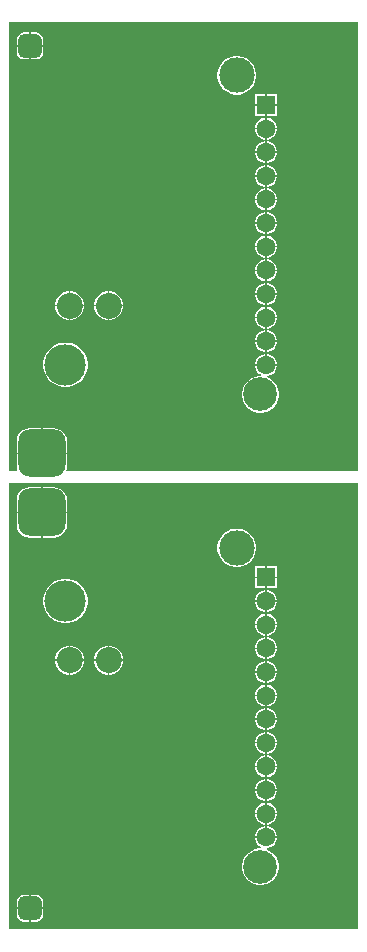
<source format=gbl>
G04*
G04 #@! TF.GenerationSoftware,Altium Limited,Altium Designer,24.9.1 (31)*
G04*
G04 Layer_Physical_Order=2*
G04 Layer_Color=16711680*
%FSLAX44Y44*%
%MOMM*%
G71*
G04*
G04 #@! TF.SameCoordinates,B8B67402-8590-40DF-8F2E-53978CF21371*
G04*
G04*
G04 #@! TF.FilePolarity,Positive*
G04*
G01*
G75*
%ADD26C,2.2000*%
%ADD27C,2.8500*%
%ADD28C,3.0000*%
%ADD29C,1.6000*%
%ADD30R,1.6000X1.6000*%
G04:AMPARAMS|DCode=31|XSize=4mm|YSize=4mm|CornerRadius=1mm|HoleSize=0mm|Usage=FLASHONLY|Rotation=0.000|XOffset=0mm|YOffset=0mm|HoleType=Round|Shape=RoundedRectangle|*
%AMROUNDEDRECTD31*
21,1,4.0000,2.0000,0,0,0.0*
21,1,2.0000,4.0000,0,0,0.0*
1,1,2.0000,1.0000,-1.0000*
1,1,2.0000,-1.0000,-1.0000*
1,1,2.0000,-1.0000,1.0000*
1,1,2.0000,1.0000,1.0000*
%
%ADD31ROUNDEDRECTD31*%
G04:AMPARAMS|DCode=32|XSize=2mm|YSize=2mm|CornerRadius=0.5mm|HoleSize=0mm|Usage=FLASHONLY|Rotation=0.000|XOffset=0mm|YOffset=0mm|HoleType=Round|Shape=RoundedRectangle|*
%AMROUNDEDRECTD32*
21,1,2.0000,1.0000,0,0,0.0*
21,1,1.0000,2.0000,0,0,0.0*
1,1,1.0000,0.5000,-0.5000*
1,1,1.0000,-0.5000,-0.5000*
1,1,1.0000,-0.5000,0.5000*
1,1,1.0000,0.5000,0.5000*
%
%ADD32ROUNDEDRECTD32*%
%ADD33C,3.5000*%
G36*
X-302039Y102039D02*
X-597961D01*
Y480000D01*
X-302039D01*
Y102039D01*
D02*
G37*
G36*
Y490000D02*
X-548730D01*
X-549435Y491056D01*
X-549020Y492058D01*
X-548633Y495000D01*
Y504365D01*
X-591367D01*
Y495000D01*
X-590980Y492058D01*
X-590565Y491056D01*
X-591270Y490000D01*
X-597961D01*
Y870000D01*
X-302039D01*
Y490000D01*
D02*
G37*
%LPC*%
G36*
X-560000Y476367D02*
X-569365D01*
Y455635D01*
X-548633D01*
Y465000D01*
X-549020Y467942D01*
X-550156Y470684D01*
X-551962Y473038D01*
X-554316Y474844D01*
X-557058Y475980D01*
X-560000Y476367D01*
D02*
G37*
G36*
X-570635D02*
X-580000D01*
X-582942Y475980D01*
X-585684Y474844D01*
X-588038Y473038D01*
X-589844Y470684D01*
X-590980Y467942D01*
X-591367Y465000D01*
Y455635D01*
X-570635D01*
Y476367D01*
D02*
G37*
G36*
X-548633Y454365D02*
X-569365D01*
Y433633D01*
X-560000D01*
X-557058Y434020D01*
X-554316Y435156D01*
X-551962Y436962D01*
X-550156Y439316D01*
X-549020Y442058D01*
X-548633Y445000D01*
Y454365D01*
D02*
G37*
G36*
X-570635D02*
X-591367D01*
Y445000D01*
X-590980Y442058D01*
X-589844Y439316D01*
X-588038Y436962D01*
X-585684Y435156D01*
X-582942Y434020D01*
X-580000Y433633D01*
X-570635D01*
Y454365D01*
D02*
G37*
G36*
X-403397Y441270D02*
X-406603D01*
X-409746Y440645D01*
X-412707Y439418D01*
X-415372Y437638D01*
X-417638Y435372D01*
X-419418Y432707D01*
X-420645Y429746D01*
X-421270Y426603D01*
Y423398D01*
X-420645Y420254D01*
X-419418Y417293D01*
X-417638Y414628D01*
X-415372Y412362D01*
X-412707Y410582D01*
X-409746Y409355D01*
X-406603Y408730D01*
X-403397D01*
X-400254Y409355D01*
X-397293Y410582D01*
X-394628Y412362D01*
X-392362Y414628D01*
X-390582Y417293D01*
X-389355Y420254D01*
X-388730Y423398D01*
Y426603D01*
X-389355Y429746D01*
X-390582Y432707D01*
X-392362Y435372D01*
X-394628Y437638D01*
X-397293Y439418D01*
X-400254Y440645D01*
X-403397Y441270D01*
D02*
G37*
G36*
X-370730Y409270D02*
X-379365D01*
Y400635D01*
X-370730D01*
Y409270D01*
D02*
G37*
G36*
X-380635D02*
X-389270D01*
Y400635D01*
X-380635D01*
Y409270D01*
D02*
G37*
G36*
X-370730Y399365D02*
X-379365D01*
Y390730D01*
X-370730D01*
Y399365D01*
D02*
G37*
G36*
X-380635D02*
X-389270D01*
Y390730D01*
X-380635D01*
Y399365D01*
D02*
G37*
G36*
X-378780Y389270D02*
X-379365D01*
Y380635D01*
X-370730D01*
Y381220D01*
X-371362Y383578D01*
X-372582Y385692D01*
X-374308Y387418D01*
X-376422Y388638D01*
X-378780Y389270D01*
D02*
G37*
G36*
X-380635D02*
X-381220D01*
X-383578Y388638D01*
X-385692Y387418D01*
X-387418Y385692D01*
X-388638Y383578D01*
X-389270Y381220D01*
Y380635D01*
X-380635D01*
Y389270D01*
D02*
G37*
G36*
X-370730Y379365D02*
X-379365D01*
Y370730D01*
X-378780D01*
X-376422Y371362D01*
X-374308Y372582D01*
X-372582Y374308D01*
X-371362Y376422D01*
X-370730Y378780D01*
Y379365D01*
D02*
G37*
G36*
X-380635D02*
X-389270D01*
Y378780D01*
X-388638Y376422D01*
X-387418Y374308D01*
X-385692Y372582D01*
X-383578Y371362D01*
X-381220Y370730D01*
X-380635D01*
Y379365D01*
D02*
G37*
G36*
X-548151Y398770D02*
X-551849D01*
X-555475Y398049D01*
X-558891Y396634D01*
X-561965Y394580D01*
X-564580Y391965D01*
X-566634Y388891D01*
X-568049Y385475D01*
X-568770Y381849D01*
Y378151D01*
X-568049Y374525D01*
X-566634Y371109D01*
X-564580Y368035D01*
X-561965Y365420D01*
X-558891Y363366D01*
X-555475Y361951D01*
X-551849Y361230D01*
X-548151D01*
X-544525Y361951D01*
X-541109Y363366D01*
X-538035Y365420D01*
X-535420Y368035D01*
X-533366Y371109D01*
X-531951Y374525D01*
X-531230Y378151D01*
Y381849D01*
X-531951Y385475D01*
X-533366Y388891D01*
X-535420Y391965D01*
X-538035Y394580D01*
X-541109Y396634D01*
X-544525Y398049D01*
X-548151Y398770D01*
D02*
G37*
G36*
X-378780Y369270D02*
X-379365D01*
Y360635D01*
X-370730D01*
Y361220D01*
X-371362Y363578D01*
X-372582Y365692D01*
X-374308Y367418D01*
X-376422Y368638D01*
X-378780Y369270D01*
D02*
G37*
G36*
X-380635D02*
X-381220D01*
X-383578Y368638D01*
X-385692Y367418D01*
X-387418Y365692D01*
X-388638Y363578D01*
X-389270Y361220D01*
Y360635D01*
X-380635D01*
Y369270D01*
D02*
G37*
G36*
X-370730Y359365D02*
X-379365D01*
Y350730D01*
X-378780D01*
X-376422Y351362D01*
X-374308Y352582D01*
X-372582Y354308D01*
X-371362Y356422D01*
X-370730Y358780D01*
Y359365D01*
D02*
G37*
G36*
X-380635D02*
X-389270D01*
Y358780D01*
X-388638Y356422D01*
X-387418Y354308D01*
X-385692Y352582D01*
X-383578Y351362D01*
X-381220Y350730D01*
X-380635D01*
Y359365D01*
D02*
G37*
G36*
X-378780Y349270D02*
X-379365D01*
Y340635D01*
X-370730D01*
Y341220D01*
X-371362Y343578D01*
X-372582Y345692D01*
X-374308Y347418D01*
X-376422Y348638D01*
X-378780Y349270D01*
D02*
G37*
G36*
X-380635D02*
X-381220D01*
X-383578Y348638D01*
X-385692Y347418D01*
X-387418Y345692D01*
X-388638Y343578D01*
X-389270Y341220D01*
Y340635D01*
X-380635D01*
Y349270D01*
D02*
G37*
G36*
X-370730Y339365D02*
X-379365D01*
Y330730D01*
X-378780D01*
X-376422Y331362D01*
X-374308Y332582D01*
X-372582Y334308D01*
X-371362Y336422D01*
X-370730Y338780D01*
Y339365D01*
D02*
G37*
G36*
X-380635D02*
X-389270D01*
Y338780D01*
X-388638Y336422D01*
X-387418Y334308D01*
X-385692Y332582D01*
X-383578Y331362D01*
X-381220Y330730D01*
X-380635D01*
Y339365D01*
D02*
G37*
G36*
X-511885Y342270D02*
X-512865D01*
Y330635D01*
X-501230D01*
Y331615D01*
X-502066Y334736D01*
X-503682Y337534D01*
X-505966Y339818D01*
X-508764Y341434D01*
X-511885Y342270D01*
D02*
G37*
G36*
X-544885D02*
X-545865D01*
Y330635D01*
X-534230D01*
Y331615D01*
X-535066Y334736D01*
X-536682Y337534D01*
X-538966Y339818D01*
X-541764Y341434D01*
X-544885Y342270D01*
D02*
G37*
G36*
X-547135D02*
X-548115D01*
X-551236Y341434D01*
X-554034Y339818D01*
X-556318Y337534D01*
X-557934Y334736D01*
X-558770Y331615D01*
Y330635D01*
X-547135D01*
Y342270D01*
D02*
G37*
G36*
X-514135D02*
X-515115D01*
X-518236Y341434D01*
X-521034Y339818D01*
X-523318Y337534D01*
X-524934Y334736D01*
X-525770Y331615D01*
Y330635D01*
X-514135D01*
Y342270D01*
D02*
G37*
G36*
X-378780Y329270D02*
X-379365D01*
Y320635D01*
X-370730D01*
Y321220D01*
X-371362Y323578D01*
X-372582Y325692D01*
X-374308Y327418D01*
X-376422Y328638D01*
X-378780Y329270D01*
D02*
G37*
G36*
X-380635D02*
X-381220D01*
X-383578Y328638D01*
X-385692Y327418D01*
X-387418Y325692D01*
X-388638Y323578D01*
X-389270Y321220D01*
Y320635D01*
X-380635D01*
Y329270D01*
D02*
G37*
G36*
X-501230Y329365D02*
X-512865D01*
Y317730D01*
X-511885D01*
X-508764Y318566D01*
X-505966Y320182D01*
X-503682Y322466D01*
X-502066Y325264D01*
X-501230Y328385D01*
Y329365D01*
D02*
G37*
G36*
X-514135D02*
X-525770D01*
Y328385D01*
X-524934Y325264D01*
X-523318Y322466D01*
X-521034Y320182D01*
X-518236Y318566D01*
X-515115Y317730D01*
X-514135D01*
Y329365D01*
D02*
G37*
G36*
X-534230D02*
X-545865D01*
Y317730D01*
X-544885D01*
X-541764Y318566D01*
X-538966Y320182D01*
X-536682Y322466D01*
X-535066Y325264D01*
X-534230Y328385D01*
Y329365D01*
D02*
G37*
G36*
X-547135D02*
X-558770D01*
Y328385D01*
X-557934Y325264D01*
X-556318Y322466D01*
X-554034Y320182D01*
X-551236Y318566D01*
X-548115Y317730D01*
X-547135D01*
Y329365D01*
D02*
G37*
G36*
X-370730Y319365D02*
X-379365D01*
Y310730D01*
X-378780D01*
X-376422Y311362D01*
X-374308Y312582D01*
X-372582Y314308D01*
X-371362Y316422D01*
X-370730Y318780D01*
Y319365D01*
D02*
G37*
G36*
X-380635D02*
X-389270D01*
Y318780D01*
X-388638Y316422D01*
X-387418Y314308D01*
X-385692Y312582D01*
X-383578Y311362D01*
X-381220Y310730D01*
X-380635D01*
Y319365D01*
D02*
G37*
G36*
X-378780Y309270D02*
X-379365D01*
Y300635D01*
X-370730D01*
Y301220D01*
X-371362Y303578D01*
X-372582Y305692D01*
X-374308Y307418D01*
X-376422Y308638D01*
X-378780Y309270D01*
D02*
G37*
G36*
X-380635D02*
X-381220D01*
X-383578Y308638D01*
X-385692Y307418D01*
X-387418Y305692D01*
X-388638Y303578D01*
X-389270Y301220D01*
Y300635D01*
X-380635D01*
Y309270D01*
D02*
G37*
G36*
X-370730Y299365D02*
X-379365D01*
Y290730D01*
X-378780D01*
X-376422Y291362D01*
X-374308Y292582D01*
X-372582Y294308D01*
X-371362Y296422D01*
X-370730Y298780D01*
Y299365D01*
D02*
G37*
G36*
X-380635D02*
X-389270D01*
Y298780D01*
X-388638Y296422D01*
X-387418Y294308D01*
X-385692Y292582D01*
X-383578Y291362D01*
X-381220Y290730D01*
X-380635D01*
Y299365D01*
D02*
G37*
G36*
X-378780Y289270D02*
X-379365D01*
Y280635D01*
X-370730D01*
Y281220D01*
X-371362Y283578D01*
X-372582Y285692D01*
X-374308Y287418D01*
X-376422Y288638D01*
X-378780Y289270D01*
D02*
G37*
G36*
X-380635D02*
X-381220D01*
X-383578Y288638D01*
X-385692Y287418D01*
X-387418Y285692D01*
X-388638Y283578D01*
X-389270Y281220D01*
Y280635D01*
X-380635D01*
Y289270D01*
D02*
G37*
G36*
X-370730Y279365D02*
X-379365D01*
Y270730D01*
X-378780D01*
X-376422Y271362D01*
X-374308Y272582D01*
X-372582Y274308D01*
X-371362Y276422D01*
X-370730Y278780D01*
Y279365D01*
D02*
G37*
G36*
X-380635D02*
X-389270D01*
Y278780D01*
X-388638Y276422D01*
X-387418Y274308D01*
X-385692Y272582D01*
X-383578Y271362D01*
X-381220Y270730D01*
X-380635D01*
Y279365D01*
D02*
G37*
G36*
X-378780Y269270D02*
X-379365D01*
Y260635D01*
X-370730D01*
Y261220D01*
X-371362Y263578D01*
X-372582Y265692D01*
X-374308Y267418D01*
X-376422Y268638D01*
X-378780Y269270D01*
D02*
G37*
G36*
X-380635D02*
X-381220D01*
X-383578Y268638D01*
X-385692Y267418D01*
X-387418Y265692D01*
X-388638Y263578D01*
X-389270Y261220D01*
Y260635D01*
X-380635D01*
Y269270D01*
D02*
G37*
G36*
X-370730Y259365D02*
X-379365D01*
Y250730D01*
X-378780D01*
X-376422Y251362D01*
X-374308Y252582D01*
X-372582Y254308D01*
X-371362Y256422D01*
X-370730Y258780D01*
Y259365D01*
D02*
G37*
G36*
X-380635D02*
X-389270D01*
Y258780D01*
X-388638Y256422D01*
X-387418Y254308D01*
X-385692Y252582D01*
X-383578Y251362D01*
X-381220Y250730D01*
X-380635D01*
Y259365D01*
D02*
G37*
G36*
X-378780Y249270D02*
X-379365D01*
Y240635D01*
X-370730D01*
Y241220D01*
X-371362Y243578D01*
X-372582Y245692D01*
X-374308Y247418D01*
X-376422Y248638D01*
X-378780Y249270D01*
D02*
G37*
G36*
X-380635D02*
X-381220D01*
X-383578Y248638D01*
X-385692Y247418D01*
X-387418Y245692D01*
X-388638Y243578D01*
X-389270Y241220D01*
Y240635D01*
X-380635D01*
Y249270D01*
D02*
G37*
G36*
X-370730Y239365D02*
X-379365D01*
Y230730D01*
X-378780D01*
X-376422Y231362D01*
X-374308Y232582D01*
X-372582Y234308D01*
X-371362Y236422D01*
X-370730Y238780D01*
Y239365D01*
D02*
G37*
G36*
X-380635D02*
X-389270D01*
Y238780D01*
X-388638Y236422D01*
X-387418Y234308D01*
X-385692Y232582D01*
X-383578Y231362D01*
X-381220Y230730D01*
X-380635D01*
Y239365D01*
D02*
G37*
G36*
X-378780Y229270D02*
X-379365D01*
Y220635D01*
X-370730D01*
Y221220D01*
X-371362Y223578D01*
X-372582Y225692D01*
X-374308Y227418D01*
X-376422Y228638D01*
X-378780Y229270D01*
D02*
G37*
G36*
X-380635D02*
X-381220D01*
X-383578Y228638D01*
X-385692Y227418D01*
X-387418Y225692D01*
X-388638Y223578D01*
X-389270Y221220D01*
Y220635D01*
X-380635D01*
Y229270D01*
D02*
G37*
G36*
X-370730Y219365D02*
X-379365D01*
Y210730D01*
X-378780D01*
X-376422Y211362D01*
X-374308Y212582D01*
X-372582Y214308D01*
X-371362Y216422D01*
X-370730Y218780D01*
Y219365D01*
D02*
G37*
G36*
X-380635D02*
X-389270D01*
Y218780D01*
X-388638Y216422D01*
X-387418Y214308D01*
X-385692Y212582D01*
X-383578Y211362D01*
X-381220Y210730D01*
X-380635D01*
Y219365D01*
D02*
G37*
G36*
X-378780Y209270D02*
X-379365D01*
Y200635D01*
X-370730D01*
Y201220D01*
X-371362Y203578D01*
X-372582Y205692D01*
X-374308Y207418D01*
X-376422Y208638D01*
X-378780Y209270D01*
D02*
G37*
G36*
X-380635D02*
X-381220D01*
X-383578Y208638D01*
X-385692Y207418D01*
X-387418Y205692D01*
X-388638Y203578D01*
X-389270Y201220D01*
Y200635D01*
X-380635D01*
Y209270D01*
D02*
G37*
G36*
X-370730Y199365D02*
X-379365D01*
Y190730D01*
X-378780D01*
X-376422Y191362D01*
X-374308Y192582D01*
X-372582Y194308D01*
X-371362Y196422D01*
X-370730Y198780D01*
Y199365D01*
D02*
G37*
G36*
X-380635D02*
X-389270D01*
Y198780D01*
X-388638Y196422D01*
X-387418Y194308D01*
X-385692Y192582D01*
X-383578Y191362D01*
X-381220Y190730D01*
X-380635D01*
Y199365D01*
D02*
G37*
G36*
X-378780Y189270D02*
X-379365D01*
Y180635D01*
X-370730D01*
Y181220D01*
X-371362Y183578D01*
X-372582Y185692D01*
X-374308Y187418D01*
X-376422Y188638D01*
X-378780Y189270D01*
D02*
G37*
G36*
X-380635D02*
X-381220D01*
X-383578Y188638D01*
X-385692Y187418D01*
X-387418Y185692D01*
X-388638Y183578D01*
X-389270Y181220D01*
Y180635D01*
X-380635D01*
Y189270D01*
D02*
G37*
G36*
X-370730Y179365D02*
X-380000D01*
X-389270D01*
Y178780D01*
X-388638Y176422D01*
X-387418Y174308D01*
X-385692Y172582D01*
X-384320Y171790D01*
X-384660Y170520D01*
X-386529D01*
X-389527Y169923D01*
X-392351Y168754D01*
X-394893Y167055D01*
X-397055Y164893D01*
X-398754Y162351D01*
X-399924Y159527D01*
X-400520Y156529D01*
Y153471D01*
X-399924Y150473D01*
X-398754Y147648D01*
X-397055Y145107D01*
X-394893Y142945D01*
X-392351Y141246D01*
X-389527Y140077D01*
X-386529Y139480D01*
X-383471D01*
X-380473Y140077D01*
X-377649Y141246D01*
X-375107Y142945D01*
X-372945Y145107D01*
X-371246Y147648D01*
X-370076Y150473D01*
X-369480Y153471D01*
Y156529D01*
X-370076Y159527D01*
X-371246Y162351D01*
X-372945Y164893D01*
X-375107Y167055D01*
X-377649Y168754D01*
X-379354Y169460D01*
X-379101Y170730D01*
X-378780D01*
X-376422Y171362D01*
X-374308Y172582D01*
X-372582Y174308D01*
X-371362Y176422D01*
X-370730Y178780D01*
Y179365D01*
D02*
G37*
G36*
X-575000Y131393D02*
X-579365D01*
Y120635D01*
X-568607D01*
Y125000D01*
X-569094Y127446D01*
X-570480Y129520D01*
X-572554Y130906D01*
X-575000Y131393D01*
D02*
G37*
G36*
X-580635D02*
X-585000D01*
X-587447Y130906D01*
X-589520Y129520D01*
X-590906Y127446D01*
X-591393Y125000D01*
Y120635D01*
X-580635D01*
Y131393D01*
D02*
G37*
G36*
X-568607Y119365D02*
X-579365D01*
Y108607D01*
X-575000D01*
X-572554Y109094D01*
X-570480Y110480D01*
X-569094Y112554D01*
X-568607Y115000D01*
Y119365D01*
D02*
G37*
G36*
X-580635D02*
X-591393D01*
Y115000D01*
X-590906Y112554D01*
X-589520Y110480D01*
X-587447Y109094D01*
X-585000Y108607D01*
X-580635D01*
Y119365D01*
D02*
G37*
G36*
X-575000Y861393D02*
X-579365D01*
Y850635D01*
X-568607D01*
Y855000D01*
X-569094Y857446D01*
X-570480Y859520D01*
X-572554Y860906D01*
X-575000Y861393D01*
D02*
G37*
G36*
X-580635D02*
X-585000D01*
X-587447Y860906D01*
X-589520Y859520D01*
X-590906Y857446D01*
X-591393Y855000D01*
Y850635D01*
X-580635D01*
Y861393D01*
D02*
G37*
G36*
X-568607Y849365D02*
X-579365D01*
Y838607D01*
X-575000D01*
X-572554Y839094D01*
X-570480Y840480D01*
X-569094Y842554D01*
X-568607Y845000D01*
Y849365D01*
D02*
G37*
G36*
X-580635D02*
X-591393D01*
Y845000D01*
X-590906Y842554D01*
X-589520Y840480D01*
X-587447Y839094D01*
X-585000Y838607D01*
X-580635D01*
Y849365D01*
D02*
G37*
G36*
X-403397Y841270D02*
X-406603D01*
X-409746Y840645D01*
X-412707Y839418D01*
X-415372Y837638D01*
X-417638Y835371D01*
X-419418Y832707D01*
X-420645Y829746D01*
X-421270Y826602D01*
Y823398D01*
X-420645Y820254D01*
X-419418Y817293D01*
X-417638Y814629D01*
X-415372Y812362D01*
X-412707Y810582D01*
X-409746Y809355D01*
X-406603Y808730D01*
X-403397D01*
X-400254Y809355D01*
X-397293Y810582D01*
X-394628Y812362D01*
X-392362Y814629D01*
X-390582Y817293D01*
X-389355Y820254D01*
X-388730Y823398D01*
Y826602D01*
X-389355Y829746D01*
X-390582Y832707D01*
X-392362Y835371D01*
X-394628Y837638D01*
X-397293Y839418D01*
X-400254Y840645D01*
X-403397Y841270D01*
D02*
G37*
G36*
X-370730Y809270D02*
X-379365D01*
Y800635D01*
X-370730D01*
Y809270D01*
D02*
G37*
G36*
X-380635D02*
X-389270D01*
Y800635D01*
X-380635D01*
Y809270D01*
D02*
G37*
G36*
X-370730Y799365D02*
X-379365D01*
Y790730D01*
X-370730D01*
Y799365D01*
D02*
G37*
G36*
X-380635D02*
X-389270D01*
Y790730D01*
X-380635D01*
Y799365D01*
D02*
G37*
G36*
X-378780Y789270D02*
X-379365D01*
Y780635D01*
X-370730D01*
Y781220D01*
X-371362Y783578D01*
X-372582Y785692D01*
X-374308Y787418D01*
X-376422Y788638D01*
X-378780Y789270D01*
D02*
G37*
G36*
X-380635D02*
X-381220D01*
X-383578Y788638D01*
X-385692Y787418D01*
X-387418Y785692D01*
X-388638Y783578D01*
X-389270Y781220D01*
Y780635D01*
X-380635D01*
Y789270D01*
D02*
G37*
G36*
X-370730Y779365D02*
X-379365D01*
Y770730D01*
X-378780D01*
X-376422Y771362D01*
X-374308Y772582D01*
X-372582Y774308D01*
X-371362Y776422D01*
X-370730Y778780D01*
Y779365D01*
D02*
G37*
G36*
X-380635D02*
X-389270D01*
Y778780D01*
X-388638Y776422D01*
X-387418Y774308D01*
X-385692Y772582D01*
X-383578Y771362D01*
X-381220Y770730D01*
X-380635D01*
Y779365D01*
D02*
G37*
G36*
X-378780Y769270D02*
X-379365D01*
Y760635D01*
X-370730D01*
Y761220D01*
X-371362Y763578D01*
X-372582Y765692D01*
X-374308Y767418D01*
X-376422Y768638D01*
X-378780Y769270D01*
D02*
G37*
G36*
X-380635D02*
X-381220D01*
X-383578Y768638D01*
X-385692Y767418D01*
X-387418Y765692D01*
X-388638Y763578D01*
X-389270Y761220D01*
Y760635D01*
X-380635D01*
Y769270D01*
D02*
G37*
G36*
X-370730Y759365D02*
X-379365D01*
Y750730D01*
X-378780D01*
X-376422Y751362D01*
X-374308Y752582D01*
X-372582Y754308D01*
X-371362Y756422D01*
X-370730Y758780D01*
Y759365D01*
D02*
G37*
G36*
X-380635D02*
X-389270D01*
Y758780D01*
X-388638Y756422D01*
X-387418Y754308D01*
X-385692Y752582D01*
X-383578Y751362D01*
X-381220Y750730D01*
X-380635D01*
Y759365D01*
D02*
G37*
G36*
X-378780Y749270D02*
X-379365D01*
Y740635D01*
X-370730D01*
Y741220D01*
X-371362Y743578D01*
X-372582Y745692D01*
X-374308Y747418D01*
X-376422Y748638D01*
X-378780Y749270D01*
D02*
G37*
G36*
X-380635D02*
X-381220D01*
X-383578Y748638D01*
X-385692Y747418D01*
X-387418Y745692D01*
X-388638Y743578D01*
X-389270Y741220D01*
Y740635D01*
X-380635D01*
Y749270D01*
D02*
G37*
G36*
X-370730Y739365D02*
X-379365D01*
Y730730D01*
X-378780D01*
X-376422Y731362D01*
X-374308Y732582D01*
X-372582Y734308D01*
X-371362Y736422D01*
X-370730Y738780D01*
Y739365D01*
D02*
G37*
G36*
X-380635D02*
X-389270D01*
Y738780D01*
X-388638Y736422D01*
X-387418Y734308D01*
X-385692Y732582D01*
X-383578Y731362D01*
X-381220Y730730D01*
X-380635D01*
Y739365D01*
D02*
G37*
G36*
X-378780Y729270D02*
X-379365D01*
Y720635D01*
X-370730D01*
Y721220D01*
X-371362Y723578D01*
X-372582Y725692D01*
X-374308Y727418D01*
X-376422Y728638D01*
X-378780Y729270D01*
D02*
G37*
G36*
X-380635D02*
X-381220D01*
X-383578Y728638D01*
X-385692Y727418D01*
X-387418Y725692D01*
X-388638Y723578D01*
X-389270Y721220D01*
Y720635D01*
X-380635D01*
Y729270D01*
D02*
G37*
G36*
X-370730Y719365D02*
X-379365D01*
Y710730D01*
X-378780D01*
X-376422Y711362D01*
X-374308Y712582D01*
X-372582Y714308D01*
X-371362Y716422D01*
X-370730Y718780D01*
Y719365D01*
D02*
G37*
G36*
X-380635D02*
X-389270D01*
Y718780D01*
X-388638Y716422D01*
X-387418Y714308D01*
X-385692Y712582D01*
X-383578Y711362D01*
X-381220Y710730D01*
X-380635D01*
Y719365D01*
D02*
G37*
G36*
X-378780Y709270D02*
X-379365D01*
Y700635D01*
X-370730D01*
Y701220D01*
X-371362Y703578D01*
X-372582Y705692D01*
X-374308Y707418D01*
X-376422Y708638D01*
X-378780Y709270D01*
D02*
G37*
G36*
X-380635D02*
X-381220D01*
X-383578Y708638D01*
X-385692Y707418D01*
X-387418Y705692D01*
X-388638Y703578D01*
X-389270Y701220D01*
Y700635D01*
X-380635D01*
Y709270D01*
D02*
G37*
G36*
X-370730Y699365D02*
X-379365D01*
Y690730D01*
X-378780D01*
X-376422Y691362D01*
X-374308Y692582D01*
X-372582Y694308D01*
X-371362Y696422D01*
X-370730Y698780D01*
Y699365D01*
D02*
G37*
G36*
X-380635D02*
X-389270D01*
Y698780D01*
X-388638Y696422D01*
X-387418Y694308D01*
X-385692Y692582D01*
X-383578Y691362D01*
X-381220Y690730D01*
X-380635D01*
Y699365D01*
D02*
G37*
G36*
X-378780Y689270D02*
X-379365D01*
Y680635D01*
X-370730D01*
Y681220D01*
X-371362Y683578D01*
X-372582Y685692D01*
X-374308Y687418D01*
X-376422Y688638D01*
X-378780Y689270D01*
D02*
G37*
G36*
X-380635D02*
X-381220D01*
X-383578Y688638D01*
X-385692Y687418D01*
X-387418Y685692D01*
X-388638Y683578D01*
X-389270Y681220D01*
Y680635D01*
X-380635D01*
Y689270D01*
D02*
G37*
G36*
X-370730Y679365D02*
X-379365D01*
Y670730D01*
X-378780D01*
X-376422Y671362D01*
X-374308Y672582D01*
X-372582Y674308D01*
X-371362Y676422D01*
X-370730Y678780D01*
Y679365D01*
D02*
G37*
G36*
X-380635D02*
X-389270D01*
Y678780D01*
X-388638Y676422D01*
X-387418Y674308D01*
X-385692Y672582D01*
X-383578Y671362D01*
X-381220Y670730D01*
X-380635D01*
Y679365D01*
D02*
G37*
G36*
X-378780Y669270D02*
X-379365D01*
Y660635D01*
X-370730D01*
Y661220D01*
X-371362Y663578D01*
X-372582Y665692D01*
X-374308Y667418D01*
X-376422Y668638D01*
X-378780Y669270D01*
D02*
G37*
G36*
X-380635D02*
X-381220D01*
X-383578Y668638D01*
X-385692Y667418D01*
X-387418Y665692D01*
X-388638Y663578D01*
X-389270Y661220D01*
Y660635D01*
X-380635D01*
Y669270D01*
D02*
G37*
G36*
X-370730Y659365D02*
X-379365D01*
Y650730D01*
X-378780D01*
X-376422Y651362D01*
X-374308Y652582D01*
X-372582Y654308D01*
X-371362Y656422D01*
X-370730Y658780D01*
Y659365D01*
D02*
G37*
G36*
X-380635D02*
X-389270D01*
Y658780D01*
X-388638Y656422D01*
X-387418Y654308D01*
X-385692Y652582D01*
X-383578Y651362D01*
X-381220Y650730D01*
X-380635D01*
Y659365D01*
D02*
G37*
G36*
X-378780Y649270D02*
X-379365D01*
Y640635D01*
X-370730D01*
Y641220D01*
X-371362Y643578D01*
X-372582Y645692D01*
X-374308Y647418D01*
X-376422Y648638D01*
X-378780Y649270D01*
D02*
G37*
G36*
X-380635D02*
X-381220D01*
X-383578Y648638D01*
X-385692Y647418D01*
X-387418Y645692D01*
X-388638Y643578D01*
X-389270Y641220D01*
Y640635D01*
X-380635D01*
Y649270D01*
D02*
G37*
G36*
X-370730Y639365D02*
X-379365D01*
Y630730D01*
X-378780D01*
X-376422Y631362D01*
X-374308Y632582D01*
X-372582Y634308D01*
X-371362Y636422D01*
X-370730Y638780D01*
Y639365D01*
D02*
G37*
G36*
X-380635D02*
X-389270D01*
Y638780D01*
X-388638Y636422D01*
X-387418Y634308D01*
X-385692Y632582D01*
X-383578Y631362D01*
X-381220Y630730D01*
X-380635D01*
Y639365D01*
D02*
G37*
G36*
X-511885Y642270D02*
X-512865D01*
Y630635D01*
X-501230D01*
Y631615D01*
X-502066Y634736D01*
X-503682Y637534D01*
X-505966Y639818D01*
X-508764Y641434D01*
X-511885Y642270D01*
D02*
G37*
G36*
X-544885D02*
X-545865D01*
Y630635D01*
X-534230D01*
Y631615D01*
X-535066Y634736D01*
X-536682Y637534D01*
X-538966Y639818D01*
X-541764Y641434D01*
X-544885Y642270D01*
D02*
G37*
G36*
X-514135D02*
X-515115D01*
X-518236Y641434D01*
X-521034Y639818D01*
X-523318Y637534D01*
X-524934Y634736D01*
X-525770Y631615D01*
Y630635D01*
X-514135D01*
Y642270D01*
D02*
G37*
G36*
X-547135D02*
X-548115D01*
X-551236Y641434D01*
X-554034Y639818D01*
X-556318Y637534D01*
X-557934Y634736D01*
X-558770Y631615D01*
Y630635D01*
X-547135D01*
Y642270D01*
D02*
G37*
G36*
X-378780Y629270D02*
X-379365D01*
Y620635D01*
X-370730D01*
Y621220D01*
X-371362Y623578D01*
X-372582Y625692D01*
X-374308Y627418D01*
X-376422Y628638D01*
X-378780Y629270D01*
D02*
G37*
G36*
X-380635D02*
X-381220D01*
X-383578Y628638D01*
X-385692Y627418D01*
X-387418Y625692D01*
X-388638Y623578D01*
X-389270Y621220D01*
Y620635D01*
X-380635D01*
Y629270D01*
D02*
G37*
G36*
X-501230Y629365D02*
X-512865D01*
Y617730D01*
X-511885D01*
X-508764Y618566D01*
X-505966Y620182D01*
X-503682Y622466D01*
X-502066Y625264D01*
X-501230Y628385D01*
Y629365D01*
D02*
G37*
G36*
X-514135D02*
X-525770D01*
Y628385D01*
X-524934Y625264D01*
X-523318Y622466D01*
X-521034Y620182D01*
X-518236Y618566D01*
X-515115Y617730D01*
X-514135D01*
Y629365D01*
D02*
G37*
G36*
X-534230D02*
X-545865D01*
Y617730D01*
X-544885D01*
X-541764Y618566D01*
X-538966Y620182D01*
X-536682Y622466D01*
X-535066Y625264D01*
X-534230Y628385D01*
Y629365D01*
D02*
G37*
G36*
X-547135D02*
X-558770D01*
Y628385D01*
X-557934Y625264D01*
X-556318Y622466D01*
X-554034Y620182D01*
X-551236Y618566D01*
X-548115Y617730D01*
X-547135D01*
Y629365D01*
D02*
G37*
G36*
X-370730Y619365D02*
X-379365D01*
Y610730D01*
X-378780D01*
X-376422Y611362D01*
X-374308Y612582D01*
X-372582Y614308D01*
X-371362Y616422D01*
X-370730Y618780D01*
Y619365D01*
D02*
G37*
G36*
X-380635D02*
X-389270D01*
Y618780D01*
X-388638Y616422D01*
X-387418Y614308D01*
X-385692Y612582D01*
X-383578Y611362D01*
X-381220Y610730D01*
X-380635D01*
Y619365D01*
D02*
G37*
G36*
X-378780Y609270D02*
X-379365D01*
Y600635D01*
X-370730D01*
Y601220D01*
X-371362Y603578D01*
X-372582Y605692D01*
X-374308Y607418D01*
X-376422Y608638D01*
X-378780Y609270D01*
D02*
G37*
G36*
X-380635D02*
X-381220D01*
X-383578Y608638D01*
X-385692Y607418D01*
X-387418Y605692D01*
X-388638Y603578D01*
X-389270Y601220D01*
Y600635D01*
X-380635D01*
Y609270D01*
D02*
G37*
G36*
X-370730Y599365D02*
X-379365D01*
Y590730D01*
X-378780D01*
X-376422Y591362D01*
X-374308Y592582D01*
X-372582Y594308D01*
X-371362Y596422D01*
X-370730Y598780D01*
Y599365D01*
D02*
G37*
G36*
X-380635D02*
X-389270D01*
Y598780D01*
X-388638Y596422D01*
X-387418Y594308D01*
X-385692Y592582D01*
X-383578Y591362D01*
X-381220Y590730D01*
X-380635D01*
Y599365D01*
D02*
G37*
G36*
X-378780Y589270D02*
X-379365D01*
Y580635D01*
X-370730D01*
Y581220D01*
X-371362Y583578D01*
X-372582Y585692D01*
X-374308Y587418D01*
X-376422Y588638D01*
X-378780Y589270D01*
D02*
G37*
G36*
X-380635D02*
X-381220D01*
X-383578Y588638D01*
X-385692Y587418D01*
X-387418Y585692D01*
X-388638Y583578D01*
X-389270Y581220D01*
Y580635D01*
X-380635D01*
Y589270D01*
D02*
G37*
G36*
X-548151Y598770D02*
X-551849D01*
X-555475Y598049D01*
X-558891Y596634D01*
X-561965Y594580D01*
X-564580Y591965D01*
X-566634Y588891D01*
X-568049Y585475D01*
X-568770Y581849D01*
Y578151D01*
X-568049Y574525D01*
X-566634Y571109D01*
X-564580Y568035D01*
X-561965Y565420D01*
X-558891Y563366D01*
X-555475Y561951D01*
X-551849Y561230D01*
X-548151D01*
X-544525Y561951D01*
X-541109Y563366D01*
X-538035Y565420D01*
X-535420Y568035D01*
X-533366Y571109D01*
X-531951Y574525D01*
X-531230Y578151D01*
Y581849D01*
X-531951Y585475D01*
X-533366Y588891D01*
X-535420Y591965D01*
X-538035Y594580D01*
X-541109Y596634D01*
X-544525Y598049D01*
X-548151Y598770D01*
D02*
G37*
G36*
X-370730Y579365D02*
X-380000D01*
X-389270D01*
Y578780D01*
X-388638Y576422D01*
X-387418Y574308D01*
X-385692Y572582D01*
X-384320Y571790D01*
X-384660Y570520D01*
X-386529D01*
X-389527Y569924D01*
X-392351Y568754D01*
X-394893Y567055D01*
X-397055Y564893D01*
X-398754Y562351D01*
X-399924Y559527D01*
X-400520Y556529D01*
Y553471D01*
X-399924Y550473D01*
X-398754Y547649D01*
X-397055Y545107D01*
X-394893Y542945D01*
X-392351Y541246D01*
X-389527Y540076D01*
X-386529Y539480D01*
X-383471D01*
X-380473Y540076D01*
X-377649Y541246D01*
X-375107Y542945D01*
X-372945Y545107D01*
X-371246Y547649D01*
X-370076Y550473D01*
X-369480Y553471D01*
Y556529D01*
X-370076Y559527D01*
X-371246Y562351D01*
X-372945Y564893D01*
X-375107Y567055D01*
X-377649Y568754D01*
X-379354Y569460D01*
X-379101Y570730D01*
X-378780D01*
X-376422Y571362D01*
X-374308Y572582D01*
X-372582Y574308D01*
X-371362Y576422D01*
X-370730Y578780D01*
Y579365D01*
D02*
G37*
G36*
X-560000Y526367D02*
X-569365D01*
Y505635D01*
X-548633D01*
Y515000D01*
X-549020Y517942D01*
X-550156Y520684D01*
X-551962Y523038D01*
X-554316Y524844D01*
X-557058Y525980D01*
X-560000Y526367D01*
D02*
G37*
G36*
X-570635D02*
X-580000D01*
X-582942Y525980D01*
X-585684Y524844D01*
X-588038Y523038D01*
X-589844Y520684D01*
X-590980Y517942D01*
X-591367Y515000D01*
Y505635D01*
X-570635D01*
Y526367D01*
D02*
G37*
%LPD*%
D26*
X-513500Y630000D02*
D03*
X-546500D02*
D03*
X-513500Y330000D02*
D03*
X-546500D02*
D03*
D27*
X-385000Y555000D02*
D03*
Y155000D02*
D03*
D28*
X-405000Y825000D02*
D03*
Y425000D02*
D03*
D29*
X-380000Y620000D02*
D03*
Y580000D02*
D03*
Y780000D02*
D03*
Y760000D02*
D03*
Y740000D02*
D03*
Y720000D02*
D03*
Y700000D02*
D03*
Y680000D02*
D03*
Y660000D02*
D03*
Y640000D02*
D03*
Y600000D02*
D03*
Y220000D02*
D03*
Y180000D02*
D03*
Y380000D02*
D03*
Y360000D02*
D03*
Y340000D02*
D03*
Y320000D02*
D03*
Y300000D02*
D03*
Y280000D02*
D03*
Y260000D02*
D03*
Y240000D02*
D03*
Y200000D02*
D03*
D30*
Y800000D02*
D03*
Y400000D02*
D03*
D31*
X-570000Y455000D02*
D03*
Y505000D02*
D03*
D32*
X-580000Y120000D02*
D03*
Y850000D02*
D03*
D33*
X-550000Y580000D02*
D03*
Y380000D02*
D03*
M02*

</source>
